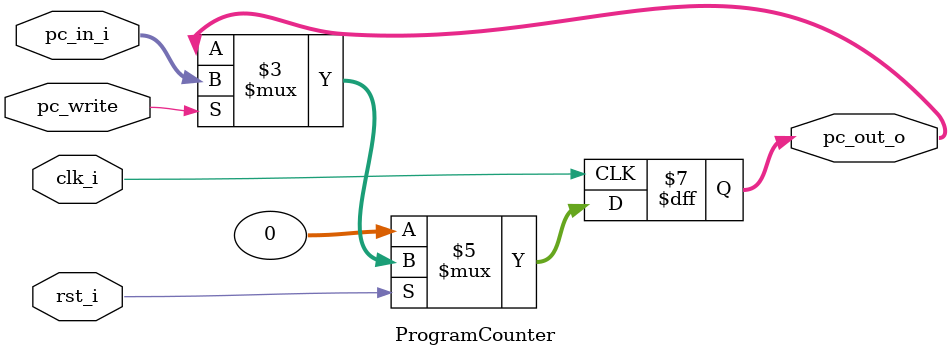
<source format=v>

module ProgramCounter(
    clk_i,
	rst_i,
	pc_write,
	pc_in_i,
	pc_out_o
	);
     
//I/O ports
input           clk_i;
input	        rst_i;
input           pc_write;
input  [32-1:0] pc_in_i;
output [32-1:0] pc_out_o;
 
//Internal Signals
reg    [32-1:0] pc_out_o;
 
//Parameter

    
//Main function
always @(posedge clk_i) begin
    if(~rst_i)
	    pc_out_o <= 0;
	else
	    pc_out_o <= (pc_write)? pc_in_i : pc_out_o;
end

endmodule



                    
                    
</source>
